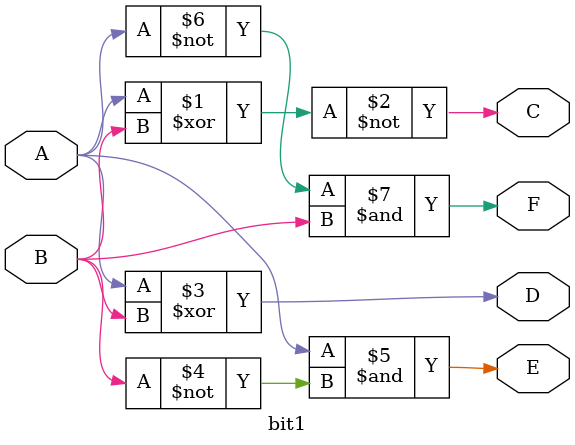
<source format=v>
`timescale 1ns / 1ps


module bit1(output C,D,E,F, input A, B);
    assign C = ~(A^B); //same
    assign D = A^B; //not same
    assign E = A&~B; //bigger
    assign F = ~A&B; //smaller
endmodule
</source>
